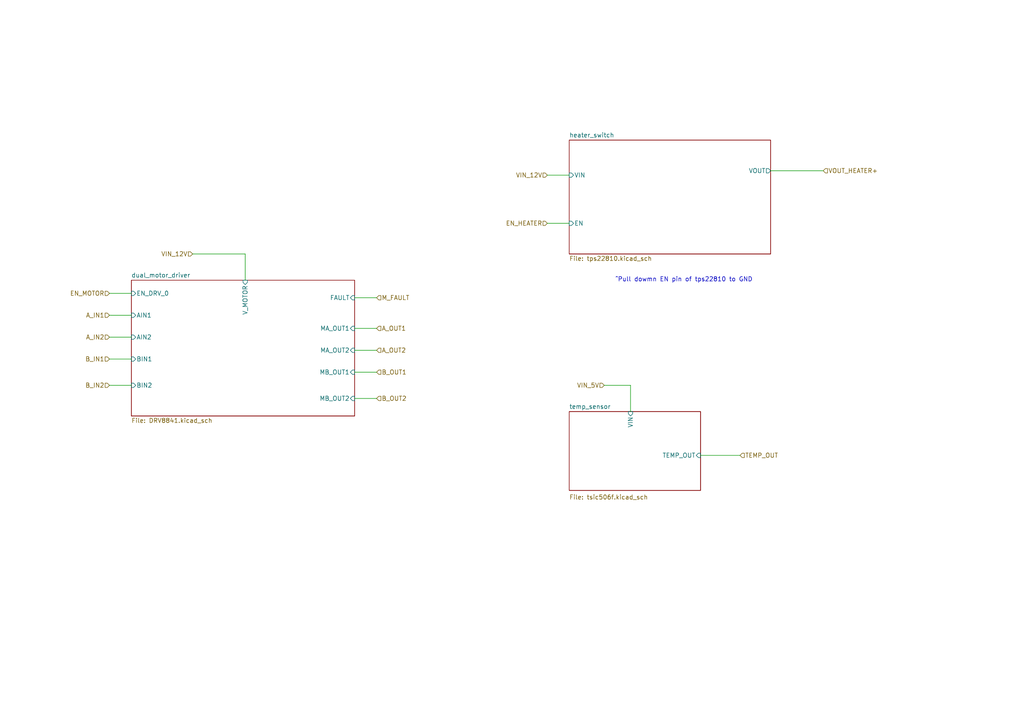
<source format=kicad_sch>
(kicad_sch (version 20230121) (generator eeschema)

  (uuid e5e0cbe6-4d37-4cfd-8932-499bd8d4850c)

  (paper "A4")

  (title_block
    (company "Yuri GmbH")
  )

  (lib_symbols
  )


  (wire (pts (xy 109.22 115.57) (xy 102.87 115.57))
    (stroke (width 0) (type default))
    (uuid 0510c685-4b0d-409d-a55c-09c71bcb0974)
  )
  (wire (pts (xy 109.22 101.6) (xy 102.87 101.6))
    (stroke (width 0) (type default))
    (uuid 093be78f-7bcd-4e57-9e16-359dd5a7cb55)
  )
  (wire (pts (xy 71.12 73.66) (xy 71.12 81.28))
    (stroke (width 0) (type default))
    (uuid 10d267b3-7609-4ab9-b093-a643ec3d0aaa)
  )
  (wire (pts (xy 55.88 73.66) (xy 71.12 73.66))
    (stroke (width 0) (type default))
    (uuid 1b1d47e2-e6ed-4e94-bfec-b6a35750ba53)
  )
  (wire (pts (xy 109.22 86.36) (xy 102.87 86.36))
    (stroke (width 0) (type default))
    (uuid 2b3fba75-8979-4b1c-8b58-8864d0585f7d)
  )
  (wire (pts (xy 158.75 64.77) (xy 165.1 64.77))
    (stroke (width 0) (type default))
    (uuid 42caca79-c61c-45df-9bad-0ae91f7d1875)
  )
  (wire (pts (xy 31.75 91.44) (xy 38.1 91.44))
    (stroke (width 0) (type default))
    (uuid 5a5981b7-5e63-4169-ac4c-418bcd8a8ecc)
  )
  (wire (pts (xy 109.22 107.95) (xy 102.87 107.95))
    (stroke (width 0) (type default))
    (uuid 5b710247-7493-4aaa-81e0-38cf9f757447)
  )
  (wire (pts (xy 203.2 132.08) (xy 214.63 132.08))
    (stroke (width 0) (type default))
    (uuid 65bc74c1-3dc8-4411-b8bb-2e7aa71a69de)
  )
  (wire (pts (xy 109.22 95.25) (xy 102.87 95.25))
    (stroke (width 0) (type default))
    (uuid 6c202b20-3215-43b9-aa53-2be1efb297be)
  )
  (wire (pts (xy 165.1 50.8) (xy 158.75 50.8))
    (stroke (width 0) (type default))
    (uuid 7b619751-0f91-4a0a-a694-f02e8731bea6)
  )
  (wire (pts (xy 175.26 111.76) (xy 182.88 111.76))
    (stroke (width 0) (type default))
    (uuid 86bdc900-db5a-4c4f-b30f-4d7ee77585b3)
  )
  (wire (pts (xy 31.75 111.76) (xy 38.1 111.76))
    (stroke (width 0) (type default))
    (uuid 986c7213-4047-46b2-8589-7a995e60f3df)
  )
  (wire (pts (xy 31.75 85.09) (xy 38.1 85.09))
    (stroke (width 0) (type default))
    (uuid 9d1a8450-6a03-466a-94cc-bdae1cfb9395)
  )
  (wire (pts (xy 31.75 104.14) (xy 38.1 104.14))
    (stroke (width 0) (type default))
    (uuid abc86d48-eb94-4816-833d-593db934c523)
  )
  (wire (pts (xy 31.75 97.79) (xy 38.1 97.79))
    (stroke (width 0) (type default))
    (uuid b59c8186-1826-4f6c-b91f-f2850b7e486b)
  )
  (wire (pts (xy 182.88 119.38) (xy 182.88 111.76))
    (stroke (width 0) (type default))
    (uuid bcd887f7-71fb-4355-91e4-d25e34b335ed)
  )
  (wire (pts (xy 223.52 49.53) (xy 238.76 49.53))
    (stroke (width 0) (type default))
    (uuid dbbfa647-98c5-445c-8bb9-02367c20a759)
  )

  (text "^Pull dowmn EN pin of tps22810 to GND" (at 178.435 81.915 0)
    (effects (font (size 1.27 1.27)) (justify left bottom))
    (uuid 62d57152-8324-4bc3-b867-602f567a3e1b)
  )

  (hierarchical_label "B_OUT2" (shape input) (at 109.22 115.57 0) (fields_autoplaced)
    (effects (font (size 1.27 1.27)) (justify left))
    (uuid 192d5765-2aeb-4f98-8b2b-8db386085282)
  )
  (hierarchical_label "B_IN1" (shape input) (at 31.75 104.14 180) (fields_autoplaced)
    (effects (font (size 1.27 1.27)) (justify right))
    (uuid 219dd70a-74bf-4b6b-93b8-e17d36452053)
  )
  (hierarchical_label "M_FAULT" (shape input) (at 109.22 86.36 0) (fields_autoplaced)
    (effects (font (size 1.27 1.27)) (justify left))
    (uuid 3ee12d52-de2c-4f2c-8f6e-56f51ae758cf)
  )
  (hierarchical_label "VOUT_HEATER+" (shape input) (at 238.76 49.53 0) (fields_autoplaced)
    (effects (font (size 1.27 1.27)) (justify left))
    (uuid 4635cfab-e0e2-40fd-9c60-bbd194bae7f4)
  )
  (hierarchical_label "VIN_5V" (shape input) (at 175.26 111.76 180) (fields_autoplaced)
    (effects (font (size 1.27 1.27)) (justify right))
    (uuid 5991d839-5909-4ee8-928b-dcfd2a346e1f)
  )
  (hierarchical_label "A_OUT1" (shape input) (at 109.22 95.25 0) (fields_autoplaced)
    (effects (font (size 1.27 1.27)) (justify left))
    (uuid 6215ac52-9a53-42d5-83c0-0c7ad1f3b91c)
  )
  (hierarchical_label "B_OUT1" (shape input) (at 109.22 107.95 0) (fields_autoplaced)
    (effects (font (size 1.27 1.27)) (justify left))
    (uuid 641c9438-2acd-4628-89e3-75464ad5f1c5)
  )
  (hierarchical_label "VIN_12V" (shape input) (at 158.75 50.8 180) (fields_autoplaced)
    (effects (font (size 1.27 1.27)) (justify right))
    (uuid 79af42fd-79cd-4191-81f0-25c137ab5894)
  )
  (hierarchical_label "A_OUT2" (shape input) (at 109.22 101.6 0) (fields_autoplaced)
    (effects (font (size 1.27 1.27)) (justify left))
    (uuid 8f723810-f421-47fc-851f-284a43b2a5a1)
  )
  (hierarchical_label "EN_HEATER" (shape input) (at 158.75 64.77 180) (fields_autoplaced)
    (effects (font (size 1.27 1.27)) (justify right))
    (uuid 9c67abcd-faa8-4e27-840f-3dccd470786c)
  )
  (hierarchical_label "A_IN1" (shape input) (at 31.75 91.44 180) (fields_autoplaced)
    (effects (font (size 1.27 1.27)) (justify right))
    (uuid a8424865-418b-44b0-b4f0-1f9a6a378f23)
  )
  (hierarchical_label "VIN_12V" (shape input) (at 55.88 73.66 180) (fields_autoplaced)
    (effects (font (size 1.27 1.27)) (justify right))
    (uuid bde99e61-f153-47a1-8e29-9a2abdaee52f)
  )
  (hierarchical_label "TEMP_OUT" (shape input) (at 214.63 132.08 0) (fields_autoplaced)
    (effects (font (size 1.27 1.27)) (justify left))
    (uuid c155c031-adc3-4ee0-b11c-d4f1411162f2)
  )
  (hierarchical_label "B_IN2" (shape input) (at 31.75 111.76 180) (fields_autoplaced)
    (effects (font (size 1.27 1.27)) (justify right))
    (uuid ccc20a18-d735-4604-89f7-d9801bd4d9dc)
  )
  (hierarchical_label "EN_MOTOR" (shape input) (at 31.75 85.09 180) (fields_autoplaced)
    (effects (font (size 1.27 1.27)) (justify right))
    (uuid cea552da-fd50-42f4-8046-0b5f6ff76724)
  )
  (hierarchical_label "A_IN2" (shape input) (at 31.75 97.79 180) (fields_autoplaced)
    (effects (font (size 1.27 1.27)) (justify right))
    (uuid f62b6212-cc1f-4a2a-8196-73c056a146a8)
  )

  (sheet (at 165.1 119.38) (size 38.1 22.86) (fields_autoplaced)
    (stroke (width 0.1524) (type solid))
    (fill (color 0 0 0 0.0000))
    (uuid 07d91bbf-fe6f-470e-a48d-8d3763cdabf6)
    (property "Sheetname" "temp_sensor" (at 165.1 118.6684 0)
      (effects (font (size 1.27 1.27)) (justify left bottom))
    )
    (property "Sheetfile" "tsic506f.kicad_sch" (at 165.1 143.4596 0)
      (effects (font (size 1.27 1.27)) (justify left top))
    )
    (pin "VIN" input (at 182.88 119.38 90)
      (effects (font (size 1.27 1.27)) (justify right))
      (uuid b09ecec0-855a-433b-8723-5297a5619dc6)
    )
    (pin "TEMP_OUT" input (at 203.2 132.08 0)
      (effects (font (size 1.27 1.27)) (justify right))
      (uuid 46a01143-9088-4b6d-9810-e20b19cd47c0)
    )
    (instances
      (project "fluidics"
        (path "/5aff9a6f-f35d-45e7-96e9-9f7161704ccd/864a1ae7-a8b0-4412-8b89-8735ce61b4d0" (page "9"))
        (path "/5aff9a6f-f35d-45e7-96e9-9f7161704ccd/2250bff5-0f6b-4dcc-bd57-3109c9fe5803" (page "12"))
        (path "/5aff9a6f-f35d-45e7-96e9-9f7161704ccd/a1a2f8b4-a322-4f84-ab2f-0ceff4a67e1d" (page "19"))
      )
    )
  )

  (sheet (at 38.1 81.28) (size 64.77 39.37) (fields_autoplaced)
    (stroke (width 0.1524) (type solid))
    (fill (color 0 0 0 0.0000))
    (uuid 627aafe8-fbf8-4ae5-b24c-3bee70d39d28)
    (property "Sheetname" "dual_motor_driver" (at 38.1 80.5684 0)
      (effects (font (size 1.27 1.27)) (justify left bottom))
    )
    (property "Sheetfile" "DRV8841.kicad_sch" (at 38.1 121.2346 0)
      (effects (font (size 1.27 1.27)) (justify left top))
    )
    (pin "V_MOTOR" input (at 71.12 81.28 90)
      (effects (font (size 1.27 1.27)) (justify right))
      (uuid 04c945dc-c1e9-47c4-9c2b-59fe037d7f63)
    )
    (pin "AIN2" input (at 38.1 97.79 180)
      (effects (font (size 1.27 1.27)) (justify left))
      (uuid 84d8286c-a5f1-40e5-a045-2e9f298fd667)
    )
    (pin "AIN1" input (at 38.1 91.44 180)
      (effects (font (size 1.27 1.27)) (justify left))
      (uuid 07916a90-5705-4003-8696-fe829cd00941)
    )
    (pin "BIN1" input (at 38.1 104.14 180)
      (effects (font (size 1.27 1.27)) (justify left))
      (uuid f1ddd37e-b5bd-4612-90f6-233907a1c761)
    )
    (pin "BIN2" input (at 38.1 111.76 180)
      (effects (font (size 1.27 1.27)) (justify left))
      (uuid da10a5ed-b4ca-4b98-9f9e-2e94c120aa3c)
    )
    (pin "EN_DRV_0" input (at 38.1 85.09 180)
      (effects (font (size 1.27 1.27)) (justify left))
      (uuid 4438b656-5d65-4cab-a434-5923d0fb1fc3)
    )
    (pin "FAULT" input (at 102.87 86.36 0)
      (effects (font (size 1.27 1.27)) (justify right))
      (uuid d39dad99-423b-42a2-9761-8be5d73c4c6d)
    )
    (pin "MA_OUT2" input (at 102.87 101.6 0)
      (effects (font (size 1.27 1.27)) (justify right))
      (uuid 8eff08cd-2f95-4a6c-b7c0-37f5eef684b3)
    )
    (pin "MB_OUT2" input (at 102.87 115.57 0)
      (effects (font (size 1.27 1.27)) (justify right))
      (uuid 767d587f-19a0-42e6-811e-ea7efa1220f9)
    )
    (pin "MA_OUT1" input (at 102.87 95.25 0)
      (effects (font (size 1.27 1.27)) (justify right))
      (uuid 89f09211-05a7-4393-9d38-01677f10e593)
    )
    (pin "MB_OUT1" input (at 102.87 107.95 0)
      (effects (font (size 1.27 1.27)) (justify right))
      (uuid f8593623-6426-456f-9c72-12333268b78a)
    )
    (instances
      (project "fluidics"
        (path "/5aff9a6f-f35d-45e7-96e9-9f7161704ccd/864a1ae7-a8b0-4412-8b89-8735ce61b4d0" (page "6"))
        (path "/5aff9a6f-f35d-45e7-96e9-9f7161704ccd/2250bff5-0f6b-4dcc-bd57-3109c9fe5803" (page "13"))
        (path "/5aff9a6f-f35d-45e7-96e9-9f7161704ccd/a1a2f8b4-a322-4f84-ab2f-0ceff4a67e1d" (page "17"))
      )
    )
  )

  (sheet (at 165.1 40.64) (size 58.42 33.02) (fields_autoplaced)
    (stroke (width 0.1524) (type solid))
    (fill (color 0 0 0 0.0000))
    (uuid a1c9abe8-59f0-47c2-a6f1-0ecfc12e992d)
    (property "Sheetname" "heater_switch" (at 165.1 39.9284 0)
      (effects (font (size 1.27 1.27)) (justify left bottom))
    )
    (property "Sheetfile" "tps22810.kicad_sch" (at 165.1 74.2446 0)
      (effects (font (size 1.27 1.27)) (justify left top))
    )
    (pin "VOUT" output (at 223.52 49.53 0)
      (effects (font (size 1.27 1.27)) (justify right))
      (uuid c3819cac-153e-46fe-83cd-d5354887863b)
    )
    (pin "EN" input (at 165.1 64.77 180)
      (effects (font (size 1.27 1.27)) (justify left))
      (uuid a6200fc4-cfd4-41a1-b23c-aaf65d718d7f)
    )
    (pin "VIN" input (at 165.1 50.8 180)
      (effects (font (size 1.27 1.27)) (justify left))
      (uuid e8f1d70b-0f05-4439-823c-4fa06bd31bb4)
    )
    (instances
      (project "fluidics"
        (path "/5aff9a6f-f35d-45e7-96e9-9f7161704ccd/864a1ae7-a8b0-4412-8b89-8735ce61b4d0" (page "7"))
        (path "/5aff9a6f-f35d-45e7-96e9-9f7161704ccd/2250bff5-0f6b-4dcc-bd57-3109c9fe5803" (page "11"))
        (path "/5aff9a6f-f35d-45e7-96e9-9f7161704ccd/a1a2f8b4-a322-4f84-ab2f-0ceff4a67e1d" (page "18"))
      )
    )
  )
)

</source>
